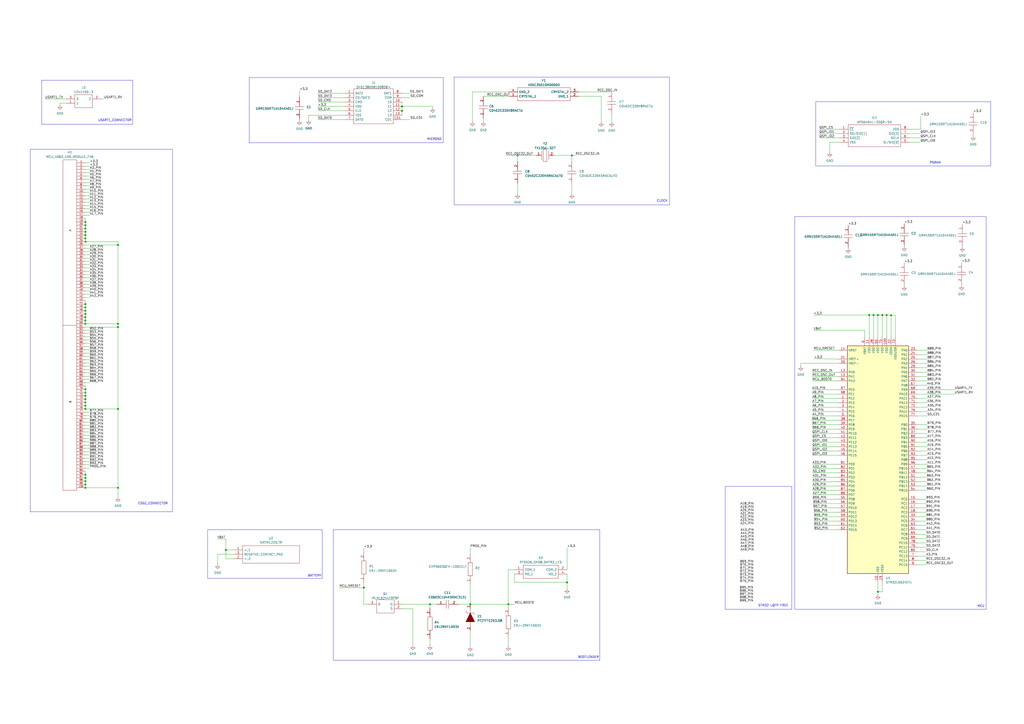
<source format=kicad_sch>
(kicad_sch (version 20230121) (generator eeschema)
  (paper "A2")
  (junction (at 331.724 90.17))
  (junction (at 233.172 64.262))
  (junction (at 511.81 182.753))
  (junction (at 49.53 134.493))
  (junction (at 49.53 128.778))
  (junction (at 249.428 350.52))
  (junction (at 516.89 182.88))
  (junction (at 68.453 282.956))
  (junction (at 49.53 184.023))
  (junction (at 300.228 90.17))
  (junction (at 211.074 340.868))
  (junction (at 49.53 176.403))
  (junction (at 49.53 178.308))
  (junction (at 509.27 182.753))
  (junction (at 49.53 185.928))
  (junction (at 514.35 182.753))
  (junction (at 49.53 281.051))
  (junction (at 131.064 319.024))
  (junction (at 49.53 227.711))
  (junction (at 49.53 279.146))
  (junction (at 49.53 187.833))
  (junction (at 49.53 182.118))
  (junction (at 68.453 237.236))
  (junction (at 506.73 182.753))
  (junction (at 49.53 237.236))
  (junction (at 328.93 337.82))
  (junction (at 294.894 350.52))
  (junction (at 49.53 231.521))
  (junction (at 49.53 277.241))
  (junction (at 49.53 235.331))
  (junction (at 504.19 182.753))
  (junction (at 49.53 275.336))
  (junction (at 49.53 132.588))
  (junction (at 49.53 180.213))
  (junction (at 272.796 350.52))
  (junction (at 49.53 229.616))
  (junction (at 49.53 136.398))
  (junction (at 49.657 140.208))
  (junction (at 68.453 142.113))
  (junction (at 49.53 130.683))
  (junction (at 509.27 343.281))
  (junction (at 68.453 187.833))
  (junction (at 68.453 189.738))
  (junction (at 49.53 282.956))
  (junction (at 49.53 138.303))
  (junction (at 49.53 233.426))
  (junction (at 233.172 61.722))
  (junction (at 49.53 225.806))
  (wire (pts (xy 49.53 187.833) (xy 68.453 187.833)))
  (wire (pts (xy 532.13 289.56) (xy 537.21 289.56)))
  (wire (pts (xy 49.53 199.136) (xy 51.943 199.136)))
  (wire (pts (xy 532.13 241.3) (xy 537.845 241.3)))
  (wire (pts (xy 68.453 140.208) (xy 68.453 142.113)))
  (wire (pts (xy 49.53 258.191) (xy 51.943 258.191)))
  (wire (pts (xy 49.53 252.476) (xy 51.943 252.476)))
  (wire (pts (xy 294.894 369.824) (xy 294.894 374.904)))
  (wire (pts (xy 265.938 350.52) (xy 272.796 350.52)))
  (wire (pts (xy 49.53 164.973) (xy 52.07 164.973)))
  (wire (pts (xy 532.13 292.1) (xy 537.21 292.1)))
  (wire (pts (xy 49.53 178.308) (xy 49.53 180.213)))
  (wire (pts (xy 471.17 254) (xy 486.41 254)))
  (wire (pts (xy 68.453 237.236) (xy 68.453 282.956)))
  (wire (pts (xy 481.33 82.55) (xy 481.33 88.392)))
  (wire (pts (xy 49.53 206.756) (xy 51.943 206.756)))
  (wire (pts (xy 49.53 241.046) (xy 51.943 241.046)))
  (wire (pts (xy 532.13 304.8) (xy 537.337 304.8)))
  (wire (pts (xy 49.53 144.018) (xy 52.07 144.018)))
  (wire (pts (xy 532.13 302.26) (xy 537.21 302.26)))
  (wire (pts (xy 49.53 273.431) (xy 49.53 275.336)))
  (wire (pts (xy 49.53 260.096) (xy 51.943 260.096)))
  (wire (pts (xy 532.13 251.46) (xy 537.972 251.46)))
  (wire (pts (xy 49.53 163.068) (xy 52.07 163.068)))
  (wire (pts (xy 486.41 281.94) (xy 471.297 281.94)))
  (wire (pts (xy 211.074 350.52) (xy 213.36 350.52)))
  (wire (pts (xy 49.53 151.638) (xy 52.07 151.638)))
  (wire (pts (xy 253.238 350.52) (xy 249.428 350.52)))
  (wire (pts (xy 131.064 319.024) (xy 131.064 324.104)))
  (wire (pts (xy 49.53 105.918) (xy 52.07 105.918)))
  (wire (pts (xy 274.066 53.34) (xy 295.148 53.34)))
  (wire (pts (xy 49.53 149.733) (xy 52.07 149.733)))
  (wire (pts (xy 173.736 69.088) (xy 173.736 69.85)))
  (wire (pts (xy 532.13 294.64) (xy 537.21 294.64)))
  (wire (pts (xy 49.53 111.633) (xy 52.07 111.633)))
  (wire (pts (xy 532.13 281.94) (xy 537.591 281.94)))
  (wire (pts (xy 532.13 264.16) (xy 537.845 264.16)))
  (wire (pts (xy 506.73 182.753) (xy 509.27 182.753)))
  (wire (pts (xy 49.53 267.716) (xy 51.943 267.716)))
  (wire (pts (xy 179.07 66.802) (xy 179.07 69.596)))
  (wire (pts (xy 49.53 195.326) (xy 51.943 195.326)))
  (wire (pts (xy 49.53 197.231) (xy 51.943 197.231)))
  (wire (pts (xy 233.172 64.262) (xy 233.172 66.802)))
  (wire (pts (xy 532.13 223.52) (xy 537.718 223.52)))
  (wire (pts (xy 532.13 259.08) (xy 537.845 259.08)))
  (wire (pts (xy 514.35 182.753) (xy 511.81 182.753)))
  (wire (pts (xy 471.17 256.54) (xy 486.41 256.54)))
  (wire (pts (xy 471.17 259.08) (xy 486.41 259.08)))
  (wire (pts (xy 49.53 136.398) (xy 49.53 138.303)))
  (wire (pts (xy 524.51 142.367) (xy 524.51 143.129)))
  (wire (pts (xy 272.796 321.31) (xy 272.796 317.754)))
  (wire (pts (xy 532.13 218.44) (xy 537.845 218.44)))
  (wire (pts (xy 472.059 304.8) (xy 486.41 304.8)))
  (wire (pts (xy 49.53 233.426) (xy 49.53 235.331)))
  (wire (pts (xy 49.53 182.118) (xy 49.53 184.023)))
  (wire (pts (xy 52.07 96.393) (xy 49.53 96.393)))
  (wire (pts (xy 331.724 106.426) (xy 331.724 112.522)))
  (wire (pts (xy 49.53 218.186) (xy 51.943 218.186)))
  (wire (pts (xy 331.724 90.17) (xy 331.724 93.726)))
  (wire (pts (xy 49.53 132.588) (xy 49.53 134.493)))
  (wire (pts (xy 532.13 226.06) (xy 553.72 226.06)))
  (wire (pts (xy 527.558 80.01) (xy 533.908 80.01)))
  (wire (pts (xy 532.13 261.62) (xy 537.845 261.62)))
  (wire (pts (xy 532.13 309.88) (xy 537.21 309.88)))
  (wire (pts (xy 519.43 182.88) (xy 516.89 182.88)))
  (wire (pts (xy 471.17 215.9) (xy 486.41 215.9)))
  (wire (pts (xy 486.41 246.38) (xy 471.043 246.38)))
  (wire (pts (xy 49.53 227.711) (xy 49.53 229.616)))
  (wire (pts (xy 532.13 317.5) (xy 537.21 317.5)))
  (wire (pts (xy 335.788 53.34) (xy 354.838 53.34)))
  (wire (pts (xy 49.53 269.621) (xy 51.943 269.621)))
  (wire (pts (xy 532.13 284.48) (xy 537.464 284.48)))
  (wire (pts (xy 491.998 143.383) (xy 491.998 144.145)))
  (wire (pts (xy 49.53 174.498) (xy 49.53 176.403)))
  (wire (pts (xy 298.45 350.52) (xy 294.894 350.52)))
  (wire (pts (xy 200.152 59.182) (xy 184.404 59.182)))
  (wire (pts (xy 233.172 56.642) (xy 237.998 56.642)))
  (wire (pts (xy 293.37 90.17) (xy 300.228 90.17)))
  (wire (pts (xy 486.41 287.02) (xy 471.424 287.02)))
  (wire (pts (xy 348.742 55.88) (xy 335.788 55.88)))
  (wire (pts (xy 486.41 220.98) (xy 471.17 220.98)))
  (wire (pts (xy 486.41 289.56) (xy 471.297 289.56)))
  (wire (pts (xy 471.043 226.06) (xy 486.41 226.06)))
  (wire (pts (xy 532.13 208.28) (xy 537.845 208.28)))
  (wire (pts (xy 486.41 241.3) (xy 471.17 241.3)))
  (wire (pts (xy 486.41 271.78) (xy 471.424 271.78)))
  (wire (pts (xy 280.416 55.88) (xy 295.148 55.88)))
  (wire (pts (xy 504.19 182.753) (xy 506.73 182.753)))
  (wire (pts (xy 519.43 195.58) (xy 519.43 182.88)))
  (wire (pts (xy 49.53 168.783) (xy 52.197 168.783)))
  (wire (pts (xy 331.724 90.17) (xy 333.756 90.17)))
  (wire (pts (xy 49.53 155.448) (xy 52.07 155.448)))
  (wire (pts (xy 49.53 231.521) (xy 49.53 233.426)))
  (wire (pts (xy 532.13 213.36) (xy 537.845 213.36)))
  (wire (pts (xy 49.53 201.041) (xy 51.943 201.041)))
  (wire (pts (xy 532.13 274.32) (xy 537.591 274.32)))
  (wire (pts (xy 49.53 121.158) (xy 52.07 121.158)))
  (wire (pts (xy 49.53 208.661) (xy 51.943 208.661)))
  (wire (pts (xy 532.13 269.24) (xy 537.845 269.24)))
  (wire (pts (xy 516.89 195.58) (xy 516.89 182.88)))
  (wire (pts (xy 486.41 297.18) (xy 471.932 297.18)))
  (wire (pts (xy 294.894 350.52) (xy 294.894 352.044)))
  (wire (pts (xy 516.89 182.753) (xy 514.35 182.753)))
  (wire (pts (xy 135.636 324.104) (xy 131.064 324.104)))
  (wire (pts (xy 532.13 233.68) (xy 537.845 233.68)))
  (wire (pts (xy 49.53 191.516) (xy 51.943 191.516)))
  (wire (pts (xy 49.53 172.593) (xy 52.07 172.593)))
  (wire (pts (xy 49.53 229.616) (xy 49.53 231.521)))
  (wire (pts (xy 233.172 61.722) (xy 233.172 64.262)))
  (wire (pts (xy 249.428 350.52) (xy 249.428 352.806)))
  (wire (pts (xy 524.51 165.227) (xy 524.51 165.989)))
  (wire (pts (xy 233.172 54.102) (xy 237.744 54.102)))
  (wire (pts (xy 49.53 244.856) (xy 51.943 244.856)))
  (wire (pts (xy 321.31 90.17) (xy 331.724 90.17)))
  (wire (pts (xy 239.522 353.06) (xy 233.68 353.06)))
  (wire (pts (xy 68.453 142.113) (xy 68.453 187.833)))
  (wire (pts (xy 328.93 317.754) (xy 328.93 330.454)))
  (wire (pts (xy 196.85 340.868) (xy 211.074 340.868)))
  (wire (pts (xy 471.932 191.643) (xy 501.65 191.643)))
  (wire (pts (xy 49.53 263.906) (xy 51.943 263.906)))
  (wire (pts (xy 532.13 246.38) (xy 537.845 246.38)))
  (wire (pts (xy 49.53 202.946) (xy 51.943 202.946)))
  (wire (pts (xy 211.074 350.52) (xy 211.074 340.868)))
  (wire (pts (xy 464.566 210.693) (xy 464.566 212.471)))
  (wire (pts (xy 486.41 279.4) (xy 471.297 279.4)))
  (wire (pts (xy 49.53 153.543) (xy 52.07 153.543)))
  (wire (pts (xy 509.27 195.58) (xy 509.27 182.753)))
  (wire (pts (xy 328.93 332.994) (xy 328.93 337.82)))
  (wire (pts (xy 49.53 193.421) (xy 51.943 193.421)))
  (wire (pts (xy 131.064 312.674) (xy 131.064 319.024)))
  (wire (pts (xy 471.17 261.62) (xy 486.41 261.62)))
  (wire (pts (xy 532.13 248.92) (xy 537.845 248.92)))
  (wire (pts (xy 272.796 365.76) (xy 272.796 375.158)))
  (wire (pts (xy 471.297 274.32) (xy 486.41 274.32)))
  (wire (pts (xy 532.13 325.12) (xy 537.21 325.12)))
  (wire (pts (xy 49.53 157.353) (xy 52.07 157.353)))
  (wire (pts (xy 509.27 182.753) (xy 511.81 182.753)))
  (wire (pts (xy 354.838 66.04) (xy 354.838 70.866)))
  (wire (pts (xy 471.678 294.64) (xy 486.41 294.64)))
  (wire (pts (xy 532.13 327.66) (xy 537.21 327.66)))
  (wire (pts (xy 49.53 277.241) (xy 49.53 279.146)))
  (wire (pts (xy 200.152 66.802) (xy 179.07 66.802)))
  (wire (pts (xy 532.13 256.54) (xy 537.845 256.54)))
  (wire (pts (xy 233.172 69.342) (xy 237.998 69.342)))
  (wire (pts (xy 504.19 182.753) (xy 471.932 182.753)))
  (wire (pts (xy 49.53 237.236) (xy 49.53 237.363)))
  (wire (pts (xy 486.918 82.55) (xy 481.33 82.55)))
  (wire (pts (xy 298.45 330.454) (xy 294.894 330.454)))
  (wire (pts (xy 532.13 231.14) (xy 537.845 231.14)))
  (wire (pts (xy 486.918 77.47) (xy 475.234 77.47)))
  (wire (pts (xy 471.424 276.86) (xy 486.41 276.86)))
  (wire (pts (xy 294.894 330.454) (xy 294.894 350.52)))
  (wire (pts (xy 272.796 350.52) (xy 294.894 350.52)))
  (wire (pts (xy 49.53 235.331) (xy 49.53 237.236)))
  (wire (pts (xy 184.404 61.722) (xy 200.152 61.722)))
  (wire (pts (xy 486.918 80.01) (xy 475.234 80.01)))
  (wire (pts (xy 49.53 246.761) (xy 51.943 246.761)))
  (wire (pts (xy 49.53 130.683) (xy 49.53 132.588)))
  (wire (pts (xy 49.53 275.336) (xy 49.53 277.241)))
  (wire (pts (xy 532.13 297.18) (xy 537.21 297.18)))
  (wire (pts (xy 200.152 56.642) (xy 184.404 56.642)))
  (wire (pts (xy 532.13 299.72) (xy 537.21 299.72)))
  (wire (pts (xy 49.53 279.146) (xy 49.53 281.051)))
  (wire (pts (xy 211.074 340.868) (xy 211.074 338.074)))
  (wire (pts (xy 527.558 82.55) (xy 533.908 82.55)))
  (wire (pts (xy 211.074 320.294) (xy 211.074 318.008)))
  (wire (pts (xy 471.17 236.22) (xy 486.41 236.22)))
  (wire (pts (xy 49.53 126.873) (xy 49.53 128.778)))
  (wire (pts (xy 49.53 184.023) (xy 49.53 185.928)))
  (wire (pts (xy 486.41 208.28) (xy 472.186 208.153)))
  (wire (pts (xy 532.13 205.74) (xy 537.845 205.74)))
  (wire (pts (xy 532.13 220.98) (xy 537.845 220.98)))
  (wire (pts (xy 34.798 59.944) (xy 34.798 60.96)))
  (wire (pts (xy 49.53 254.381) (xy 51.943 254.381)))
  (wire (pts (xy 49.53 109.728) (xy 52.07 109.728)))
  (wire (pts (xy 557.784 164.973) (xy 557.784 165.735)))
  (wire (pts (xy 200.152 54.102) (xy 184.404 54.102)))
  (wire (pts (xy 348.742 70.866) (xy 348.742 55.88)))
  (wire (pts (xy 68.453 288.544) (xy 68.453 282.956)))
  (wire (pts (xy 49.53 242.951) (xy 51.943 242.951)))
  (wire (pts (xy 501.65 191.643) (xy 501.65 195.58)))
  (wire (pts (xy 511.81 337.82) (xy 511.81 343.281)))
  (wire (pts (xy 532.13 254) (xy 537.845 254)))
  (wire (pts (xy 49.53 128.778) (xy 49.53 130.683)))
  (wire (pts (xy 471.17 238.76) (xy 486.41 238.76)))
  (wire (pts (xy 49.53 113.538) (xy 52.07 113.538)))
  (wire (pts (xy 486.41 292.1) (xy 471.551 292.1)))
  (wire (pts (xy 49.53 115.443) (xy 52.07 115.443)))
  (wire (pts (xy 250.952 62.738) (xy 250.952 61.722)))
  (wire (pts (xy 135.636 321.564) (xy 126.238 321.564)))
  (wire (pts (xy 49.53 117.348) (xy 52.07 117.348)))
  (wire (pts (xy 49.53 250.571) (xy 51.943 250.571)))
  (wire (pts (xy 49.403 237.363) (xy 49.53 237.363)))
  (wire (pts (xy 233.172 59.182) (xy 233.172 61.722)))
  (wire (pts (xy 49.53 159.258) (xy 52.07 159.258)))
  (wire (pts (xy 249.428 370.586) (xy 249.428 374.396)))
  (wire (pts (xy 532.13 236.22) (xy 537.972 236.22)))
  (wire (pts (xy 280.416 68.58) (xy 280.416 70.612)))
  (wire (pts (xy 68.453 189.738) (xy 68.453 237.236)))
  (wire (pts (xy 472.059 302.26) (xy 486.41 302.26)))
  (wire (pts (xy 486.41 218.44) (xy 471.17 218.44)))
  (wire (pts (xy 49.53 100.203) (xy 52.07 100.203)))
  (wire (pts (xy 49.53 282.956) (xy 68.453 282.956)))
  (wire (pts (xy 532.13 312.42) (xy 537.21 312.42)))
  (wire (pts (xy 49.53 265.811) (xy 51.943 265.811)))
  (wire (pts (xy 471.932 203.073) (xy 486.41 203.2)))
  (wire (pts (xy 58.674 57.404) (xy 60.198 57.404)))
  (wire (pts (xy 328.93 337.82) (xy 298.45 337.82)))
  (wire (pts (xy 300.228 106.426) (xy 300.228 112.522)))
  (wire (pts (xy 173.736 52.578) (xy 173.736 56.388)))
  (wire (pts (xy 49.53 140.208) (xy 49.657 140.208)))
  (wire (pts (xy 49.53 107.823) (xy 52.07 107.823)))
  (wire (pts (xy 49.53 189.738) (xy 68.453 189.738)))
  (wire (pts (xy 49.53 281.051) (xy 49.53 282.956)))
  (wire (pts (xy 511.81 195.58) (xy 511.81 182.753)))
  (wire (pts (xy 300.228 90.17) (xy 300.228 93.726)))
  (wire (pts (xy 471.17 251.46) (xy 486.41 251.46)))
  (wire (pts (xy 52.07 119.253) (xy 49.53 119.253)))
  (wire (pts (xy 509.27 337.82) (xy 509.27 343.281)))
  (wire (pts (xy 486.41 284.48) (xy 471.297 284.48)))
  (wire (pts (xy 49.53 138.303) (xy 49.53 140.081)))
  (wire (pts (xy 49.657 140.081) (xy 49.657 140.208)))
  (wire (pts (xy 49.53 256.286) (xy 51.943 256.286)))
  (wire (pts (xy 49.53 225.806) (xy 49.53 227.711)))
  (wire (pts (xy 532.13 307.34) (xy 537.337 307.34)))
  (wire (pts (xy 49.53 166.878) (xy 52.07 166.878)))
  (wire (pts (xy 509.27 343.281) (xy 509.27 345.059)))
  (wire (pts (xy 49.53 262.001) (xy 51.943 262.001)))
  (wire (pts (xy 486.41 248.92) (xy 471.17 248.92)))
  (wire (pts (xy 470.916 243.84) (xy 486.41 243.84)))
  (wire (pts (xy 471.17 231.14) (xy 486.41 231.14)))
  (wire (pts (xy 49.53 102.108) (xy 52.07 102.108)))
  (wire (pts (xy 471.17 233.68) (xy 486.41 233.68)))
  (wire (pts (xy 49.53 134.493) (xy 49.53 136.398)))
  (wire (pts (xy 233.68 350.52) (xy 249.428 350.52)))
  (wire (pts (xy 274.066 70.612) (xy 274.066 53.34)))
  (wire (pts (xy 532.13 322.58) (xy 537.21 322.58)))
  (wire (pts (xy 239.522 374.396) (xy 239.522 353.06)))
  (wire (pts (xy 486.41 210.82) (xy 464.566 210.693)))
  (wire (pts (xy 532.13 228.6) (xy 553.72 228.6)))
  (wire (pts (xy 532.13 276.86) (xy 537.464 276.86)))
  (wire (pts (xy 471.17 264.16) (xy 486.41 264.16)))
  (wire (pts (xy 558.292 142.621) (xy 558.292 143.383)))
  (wire (pts (xy 49.53 271.526) (xy 51.943 271.526)))
  (wire (pts (xy 26.162 57.404) (xy 38.354 57.404)))
  (wire (pts (xy 300.228 90.17) (xy 311.15 90.17)))
  (wire (pts (xy 49.53 214.376) (xy 51.943 214.376)))
  (wire (pts (xy 506.73 195.58) (xy 506.73 182.753)))
  (wire (pts (xy 49.53 185.928) (xy 49.53 187.833)))
  (wire (pts (xy 68.453 187.833) (xy 68.453 189.738)))
  (wire (pts (xy 126.238 321.564) (xy 126.238 327.406)))
  (wire (pts (xy 135.636 319.024) (xy 131.064 319.024)))
  (wire (pts (xy 514.35 195.58) (xy 514.35 182.753)))
  (wire (pts (xy 532.13 266.7) (xy 537.845 266.7)))
  (wire (pts (xy 49.53 216.281) (xy 51.943 216.281)))
  (wire (pts (xy 49.53 204.851) (xy 51.943 204.851)))
  (wire (pts (xy 534.162 67.31) (xy 534.162 74.93)))
  (wire (pts (xy 49.53 210.566) (xy 51.943 210.566)))
  (wire (pts (xy 471.17 228.6) (xy 486.41 228.6)))
  (wire (pts (xy 486.41 269.24) (xy 471.297 269.24)))
  (wire (pts (xy 49.53 104.013) (xy 52.07 104.013)))
  (wire (pts (xy 49.53 142.113) (xy 68.453 142.113)))
  (wire (pts (xy 184.404 69.342) (xy 200.152 69.342)))
  (wire (pts (xy 49.53 176.403) (xy 49.53 178.308)))
  (wire (pts (xy 49.53 221.996) (xy 51.943 221.996)))
  (wire (pts (xy 49.53 223.901) (xy 49.53 225.806)))
  (wire (pts (xy 534.162 74.93) (xy 527.558 74.93)))
  (wire (pts (xy 184.404 64.262) (xy 200.152 64.262)))
  (wire (pts (xy 49.53 94.488) (xy 52.07 94.488)))
  (wire (pts (xy 49.657 140.208) (xy 68.453 140.208)))
  (wire (pts (xy 250.952 61.722) (xy 233.172 61.722)))
  (wire (pts (xy 49.53 220.091) (xy 51.943 220.091)))
  (wire (pts (xy 49.53 212.471) (xy 51.943 212.471)))
  (wire (pts (xy 38.354 59.944) (xy 34.798 59.944)))
  (wire (pts (xy 49.53 248.666) (xy 51.943 248.666)))
  (wire (pts (xy 49.53 124.968) (xy 52.07 124.968)))
  (wire (pts (xy 532.13 215.9) (xy 537.845 215.9)))
  (wire (pts (xy 49.53 147.828) (xy 52.07 147.828)))
  (wire (pts (xy 527.558 77.47) (xy 533.908 77.47)))
  (wire (pts (xy 532.13 203.2) (xy 537.845 203.2)))
  (wire (pts (xy 564.515 78.105) (xy 564.515 78.867)))
  (wire (pts (xy 486.41 299.72) (xy 472.059 299.72)))
  (wire (pts (xy 49.53 237.236) (xy 68.453 237.236)))
  (wire (pts (xy 298.45 337.82) (xy 298.45 332.994)))
  (wire (pts (xy 49.53 140.081) (xy 49.657 140.081)))
  (wire (pts (xy 52.07 98.298) (xy 49.53 98.298)))
  (wire (pts (xy 532.13 279.4) (xy 537.591 279.4)))
  (wire (pts (xy 272.796 339.09) (xy 272.796 350.52)))
  (wire (pts (xy 532.13 210.82) (xy 537.845 210.82)))
  (wire (pts (xy 49.53 170.688) (xy 52.07 170.688)))
  (wire (pts (xy 532.13 314.96) (xy 537.21 314.96)))
  (wire (pts (xy 49.53 180.213) (xy 49.53 182.118)))
  (wire (pts (xy 49.53 239.141) (xy 51.943 239.141)))
  (wire (pts (xy 532.13 238.76) (xy 537.972 238.76)))
  (wire (pts (xy 486.918 74.93) (xy 475.234 74.93)))
  (wire (pts (xy 49.53 161.163) (xy 52.07 161.163)))
  (wire (pts (xy 49.53 145.923) (xy 52.07 145.923)))
  (wire (pts (xy 532.13 271.78) (xy 537.591 271.78)))
  (wire (pts (xy 516.89 182.88) (xy 516.89 182.753)))
  (wire (pts (xy 125.984 312.674) (xy 131.064 312.674)))
  (wire (pts (xy 532.13 320.04) (xy 537.21 320.04)))
  (wire (pts (xy 486.41 307.34) (xy 472.186 307.34)))
  (wire (pts (xy 328.93 337.82) (xy 328.93 341.63)))
  (wire (pts (xy 511.81 343.281) (xy 509.27 343.281)))
  (wire (pts (xy 52.07 123.063) (xy 49.53 123.063)))
  (wire (pts (xy 504.19 195.58) (xy 504.19 182.753)))
  (rectangle (start 263.398 44.704) (end 388.366 118.872))
  (rectangle (start 461.01 125.603) (end 572.008 353.441))
  (rectangle (start 420.624 282.194) (end 459.359 353.441))
  (rectangle (start 17.526 86.614) (end 100.076 296.926))
  (rectangle (start 120.396 307.34) (end 186.944 335.534))
  (rectangle (start 193.294 307.34) (end 347.98 383.032))
  (rectangle (start 473.202 58.928) (end 574.675 96.266))
  (rectangle (start 24.13 46.482) (end 76.962 72.136))
  (rectangle (start 144.526 44.958) (end 257.048 82.804))
  (text "EDGE_CONNECTOR" (at 80.137 292.862 0) (effects (font (size 1.27 1.27)) (justify left bottom)))
  (text "USART1_CONNECTOR" (at 56.896 70.612 0) (effects (font (size 1.27 1.27)) (justify left bottom)))
  (text "BOOTLOADER" (at 335.28 382.016 0) (effects (font (size 1.27 1.27)) (justify left bottom)))
  (text "CLOCK\n" (at 381 117.348 0) (effects (font (size 1.27 1.27)) (justify left bottom)))
  (text "STM32 LQFP FREE" (at 439.801 352.044 0) (effects (font (size 1.27 1.27)) (justify left bottom)))
  (text "MCU" (at 566.928 352.425 0) (effects (font (size 1.27 1.27)) (justify left bottom)))
  (text "BATTERY" (at 178.562 334.772 0) (effects (font (size 1.27 1.27)) (justify left bottom)))
  (text "MICROSD" (at 247.65 81.534 0) (effects (font (size 1.27 1.27)) (justify left bottom)))
  (text "PSRAM" (at 539.242 95.25 0) (effects (font (size 1.27 1.27)) (justify left bottom)))
  (label "A31_PIN" (at 52.07 151.638 0))
  (label "A40_PIN" (at 537.718 223.52 0))
  (label "A23_PIN" (at 429.387 302.641 0))
  (label "USART1_TX" (at 553.72 226.06 0))
  (label "QSPI_IO0" (at 471.17 256.54 0))
  (label "A39_PIN" (at 537.845 226.06 0))
  (label "A5_PIN" (at 471.17 238.76 0))
  (label "SD_COM" (at 237.998 56.642 0))
  (label "+3.3" (at 52.07 96.393 0))
  (label "A7_PIN" (at 471.17 233.68 0))
  (label "B60_PIN" (at 51.943 206.756 0))
  (label "B63_PIN" (at 537.464 276.86 0))
  (label "B60_PIN" (at 537.464 284.48 0))
  (label "VBAT" (at 471.932 191.643 0))
  (label "+3.3" (at 491.998 130.683 0))
  (label "B81_PIN" (at 537.21 299.72 0))
  (label "QSPI_CS" (at 475.234 74.93 0))
  (label "A5_PIN" (at 52.07 102.108 0))
  (label "+3.3" (at 52.07 94.488 0))
  (label "SD_CD1" (at 537.845 241.3 0))
  (label "B59_PIN" (at 471.297 289.56 0))
  (label "+3.3" (at 173.736 52.578 0))
  (label "B82_PIN" (at 537.845 220.98 0))
  (label "B82_PIN" (at 51.943 248.666 0))
  (label "B67_PIN" (at 471.043 246.38 0))
  (label "+3.3" (at 558.292 129.921 0))
  (label "A10_PIN" (at 471.043 226.06 0))
  (label "A29_PIN" (at 471.297 281.94 0))
  (label "QSPI_IO3" (at 533.908 77.47 0))
  (label "A18_PIN" (at 429.387 293.116 0))
  (label "A41_PIN" (at 537.337 307.34 0))
  (label "A12_PIN" (at 537.845 266.7 0))
  (label "B68_PIN" (at 470.916 243.84 0))
  (label "PROG_PIN" (at 272.796 317.754 0))
  (label "B74_PIN" (at 429.133 336.169 0))
  (label "B86_PIN" (at 51.943 256.286 0))
  (label "B61_PIN" (at 537.591 281.94 0))
  (label "B97_PIN" (at 429.006 345.567 0))
  (label "A46_PIN" (at 429.514 314.071 0))
  (label "A10_PIN" (at 52.07 111.633 0))
  (label "B77_PIN" (at 51.943 239.141 0))
  (label "B55_PIN" (at 51.943 197.231 0))
  (label "MCU_NRESET" (at 471.932 203.073 0))
  (label "+3.3" (at 557.784 152.273 0))
  (label "SD_DAT1" (at 237.744 54.102 0))
  (label "B53_PIN" (at 472.059 304.8 0))
  (label "B89_PIN" (at 537.845 203.2 0))
  (label "A30_PIN" (at 471.297 279.4 0))
  (label "QSPI_IO3" (at 471.17 264.16 0))
  (label "B96_PIN" (at 429.006 343.662 0))
  (label "A12_PIN" (at 52.07 115.443 0))
  (label "A34_PIN" (at 52.07 157.353 0))
  (label "A8_PIN" (at 471.17 231.14 0))
  (label "B87_PIN" (at 51.943 258.191 0))
  (label "A32_PIN" (at 471.424 271.78 0))
  (label "A30_PIN" (at 52.07 149.733 0))
  (label "A27_PIN" (at 471.424 287.02 0))
  (label "B63_PIN" (at 51.943 212.471 0))
  (label "B71_PIN" (at 429.133 330.454 0))
  (label "A49_PIN" (at 429.514 319.786 0))
  (label "B91_PIN" (at 51.943 265.811 0))
  (label "RCC_OSC32_OUT" (at 537.21 327.66 0))
  (label "B72_PIN" (at 429.133 332.359 0))
  (label "QSPI_IO2" (at 471.17 261.62 0))
  (label "PROG_PIN" (at 51.943 271.526 0))
  (label "B64_PIN" (at 537.591 274.32 0))
  (label "+3.3" (at 211.074 318.008 0))
  (label "A33_PIN" (at 471.297 269.24 0))
  (label "B77_PIN" (at 537.972 251.46 0))
  (label "A4_PIN" (at 471.17 241.3 0))
  (label "A11_PIN" (at 52.07 113.538 0))
  (label "A4_PIN" (at 52.07 100.203 0))
  (label "A14_PIN" (at 52.07 119.253 0))
  (label "A45_PIN" (at 429.514 312.166 0))
  (label "SD_DAT3" (at 184.404 56.642 0))
  (label "SD_DAT2" (at 184.404 54.102 0))
  (label "A42_PIN" (at 52.07 172.593 0))
  (label "A21_PIN" (at 429.387 298.831 0))
  (label "A7_PIN" (at 52.07 105.918 0))
  (label "A20_PIN" (at 429.387 296.926 0))
  (label "B56_PIN" (at 51.943 199.136 0))
  (label "QSPI_CS" (at 471.17 254 0))
  (label "B92_PIN" (at 51.943 267.716 0))
  (label "A14_PIN" (at 537.845 261.62 0))
  (label "QSPI_IO0" (at 533.908 82.55 0))
  (label "+3.3" (at 534.162 67.31 0))
  (label "B88_PIN" (at 537.845 205.74 0))
  (label "A35_PIN" (at 52.07 159.258 0))
  (label "A29_PIN" (at 52.07 147.828 0))
  (label "B57_PIN" (at 471.678 294.64 0))
  (label "B65_PIN" (at 51.943 216.281 0))
  (label "B58_PIN" (at 471.551 292.1 0))
  (label "B85_PIN" (at 537.845 213.36 0))
  (label "A13_PIN" (at 537.845 264.16 0))
  (label "B93_PIN" (at 537.21 289.56 0))
  (label "A35_PIN" (at 537.972 236.22 0))
  (label "B64_PIN" (at 51.943 214.376 0))
  (label "A48_PIN" (at 429.514 317.881 0))
  (label "B98_PIN" (at 429.006 347.472 0))
  (label "A33_PIN" (at 52.07 155.448 0))
  (label "B83_PIN" (at 51.943 250.571 0))
  (label "B92_PIN" (at 537.21 292.1 0))
  (label "B66_PIN" (at 51.943 218.186 0))
  (label "A22_PIN" (at 429.387 300.736 0))
  (label "SD_CD1" (at 237.998 69.342 0))
  (label "B56_PIN" (at 471.932 297.18 0))
  (label "B62_PIN" (at 537.591 279.4 0))
  (label "A6_PIN" (at 52.07 104.013 0))
  (label "B83_PIN" (at 537.845 218.44 0))
  (label "RCC_OSC32_IN" (at 537.21 325.12 0))
  (label "A36_PIN" (at 537.845 233.68 0))
  (label "B78_PIN" (at 51.943 241.046 0))
  (label "B59_PIN" (at 51.943 204.851 0))
  (label "B87_PIN" (at 537.845 208.28 0))
  (label "B54_PIN" (at 472.059 302.26 0))
  (label "B55_PIN" (at 472.059 299.72 0))
  (label "B75_PIN" (at 429.133 338.074 0))
  (label "B80_PIN" (at 51.943 244.856 0))
  (label "SD_DAT1" (at 537.21 312.42 0))
  (label "SD_DAT0" (at 537.21 309.88 0))
  (label "B84_PIN" (at 51.943 252.476 0))
  (label "B61_PIN" (at 51.943 208.661 0))
  (label "SD_DAT3" (at 537.21 317.5 0))
  (label "A34_PIN" (at 537.972 238.76 0))
  (label "RCC_OSC_OUT" (at 282.448 55.88 0))
  (label "A38_PIN" (at 52.07 164.973 0))
  (label "SD_CMD" (at 471.297 274.32 0))
  (label "A42_PIN" (at 537.337 304.8 0))
  (label "A17_PIN" (at 52.07 124.968 0))
  (label "A9_PIN" (at 52.07 109.728 0))
  (label "A16_PIN" (at 52.07 123.063 0))
  (label "QSPI_IO2" (at 475.234 80.01 0))
  (label "B58_PIN" (at 51.943 202.946 0))
  (label "RCC_OSC32_IN" (at 333.756 90.17 0))
  (label "A38_PIN" (at 537.845 228.6 0))
  (label "RCC_OSC_IN" (at 346.456 53.34 0))
  (label "B90_PIN" (at 537.21 297.18 0))
  (label "B69_PIN" (at 429.133 326.644 0))
  (label "A16_PIN" (at 537.845 256.54 0))
  (label "B79_PIN" (at 537.845 246.38 0))
  (label "A17_PIN" (at 537.845 254 0))
  (label "SD_CMD" (at 184.404 59.182 0))
  (label "A39_PIN" (at 52.07 166.878 0))
  (label "QSPI_IO1" (at 475.234 77.47 0))
  (label "A32_PIN" (at 52.07 153.543 0))
  (label "MCU_NRESET" (at 196.85 340.868 0))
  (label "A41_PIN" (at 52.07 170.688 0))
  (label "B66_PIN" (at 471.17 248.92 0))
  (label "B78_PIN" (at 537.845 248.92 0))
  (label "B62_PIN" (at 51.943 210.566 0))
  (label "A31_PIN" (at 471.424 276.86 0))
  (label "A37_PIN" (at 537.845 231.14 0))
  (label "B65_PIN" (at 537.591 271.78 0))
  (label "B67_PIN" (at 51.943 220.091 0))
  (label "A9_PIN" (at 471.17 228.6 0))
  (label "B95_PIN" (at 429.006 341.757 0))
  (label "A15_PIN" (at 537.845 259.08 0))
  (label "MCU_BOOT0" (at 298.45 350.52 0))
  (label "+3.3" (at 184.404 61.722 0))
  (label "B79_PIN" (at 51.943 242.951 0))
  (label "A19_PIN" (at 429.387 295.021 0))
  (label "SD_DAT0" (at 184.404 69.342 0))
  (label "A24_PIN" (at 429.387 304.546 0))
  (label "A8_PIN" (at 52.07 107.823 0))
  (label "A37_PIN" (at 52.07 163.068 0))
  (label "A13_PIN" (at 52.07 117.348 0))
  (label "B68_PIN" (at 51.943 221.996 0))
  (label "USART1_TX" (at 26.162 57.404 0))
  (label "B90_PIN" (at 51.943 263.906 0))
  (label "MCU_BOOT0" (at 471.17 220.98 0))
  (label "A11_PIN" (at 537.845 269.24 0))
  (label "SD_DAT2" (at 537.21 314.96 0))
  (label "A40_PIN" (at 52.07 168.783 0))
  (label "B88_PIN" (at 51.943 260.096 0))
  (label "B80_PIN" (at 537.21 302.26 0))
  (label "A6_PIN" (at 471.17 236.22 0))
  (label "B57_PIN" (at 51.943 201.041 0))
  (label "USART1_RX" (at 60.198 57.404 0))
  (label "+3.3" (at 524.51 152.527 0))
  (label "B52_PIN" (at 472.186 307.34 0))
  (label "RCC_OSC_OUT" (at 471.17 218.44 0))
  (label "QSPI_IO1" (at 471.17 259.08 0))
  (label "B73_PIN" (at 429.133 334.264 0))
  (label "SD_CLK" (at 184.404 64.262 0))
  (label "B85_PIN" (at 51.943 254.381 0))
  (label "+3.3" (at 471.932 182.753 0))
  (label "B91_PIN" (at 537.21 294.64 0))
  (label "+3.3" (at 564.515 65.405 0))
  (label "A3_PIN" (at 537.21 322.58 0))
  (label "A47_PIN" (at 429.514 315.976 0))
  (label "B89_PIN" (at 51.943 262.001 0))
  (label "A36_PIN" (at 52.07 161.163 0))
  (label "B53_PIN" (at 51.943 193.421 0))
  (label "A43_PIN" (at 429.514 308.356 0))
  (label "B81_PIN" (at 51.943 246.761 0))
  (label "SD_CLK" (at 537.21 320.04 0))
  (label "B99_PIN" (at 429.006 349.377 0))
  (label "B86_PIN" (at 537.845 210.82 0))
  (label "B70_PIN" (at 429.133 328.549 0))
  (label "USART1_RX" (at 553.72 228.6 0))
  (label "+3.3" (at 472.186 208.153 0))
  (label "A27_PIN" (at 52.07 144.018 0))
  (label "RCC_OSC32_OUT" (at 293.37 90.17 0))
  (label "B52_PIN" (at 51.943 191.516 0))
  (label "A28_PIN" (at 52.07 145.923 0))
  (label "A44_PIN" (at 429.514 310.261 0))
  (label "A3_PIN" (at 52.07 98.298 0))
  (label "A28_PIN" (at 471.297 284.48 0))
  (label "VBAT" (at 125.984 312.674 0))
  (label "B54_PIN" (at 51.943 195.326 0))
  (label "QSPI_CLK" (at 471.17 251.46 0))
  (label "RCC_OSC_IN" (at 471.17 215.9 0))
  (label "+3.3" (at 328.93 317.754 0))
  (label "+3.3" (at 524.51 129.667 0))
  (label "A15_PIN" (at 52.07 121.158 0))
  (label "QSPI_CLK" (at 533.908 80.01 0))
  (label "B84_PIN" (at 537.845 215.9 0))
  (label "B93_PIN" (at 51.943 269.621 0))
  (symbol (lib_id "power:GND") (at 557.784 165.735 0) (unit 1)
    (property "Reference" "#PWR09" (effects hide))
    (property "Value" "GND" (at 557.784 170.561 0))
  )
  (symbol (lib_id "power:GND") (at 250.952 62.738 0) (unit 1)
    (property "Reference" "#PWR05" (effects hide))
    (property "Value" "GND" (at 250.952 67.564 0))
  )
  (symbol (lib_id "SamacSys_Parts:C0402C330K8RACTU") (at 354.838 53.34 270) (unit 1)
    (property "Reference" "C7" (at 359.156 59.055 90) (effects (justify left)))
    (property "Value" "C0402C330K8RACTU" (at 359.156 61.595 90) (effects (justify left)))
    (property "Footprint" "CAPC1005X55N" (effects hide))
    (property "Datasheet" "https://content.kemet.com/datasheets/KEM_C1002_X7R_SMD.pdf" (effects hide))
    (property "Description" "SMD Comm X7R, Ceramic, 33 pF, 10%, 10 VDC, 25 VDC, 125C, -55C, X7R, SMD, MLCC, Temperature Stable, Class II, 5 % , 100 GOhms, 1.21 mg, 0402, 1mm, 0.5mm, 0.5mm, 0.3mm, 0.3mm, 10000, 78  Weeks, 80" (effects hide))
    (property "Height" "0.55" (effects hide))
    (property "Manufacturer_Name" "KEMET" (effects hide))
    (property "Manufacturer_Part_Number" "C0402C330K8RACTU" (effects hide))
    (property "Mouser Part Number" "80-C0402C330K8RACTU" (effects hide))
    (property "Mouser Price/Stock" "https://www.mouser.co.uk/ProductDetail/KEMET/C0402C330K8RACTU?qs=rrS6PyfT74cWTyzue%252ByqLA%3D%3D" (effects hide))
  )
  (symbol (lib_id "SamacSys_Parts:GRM155R71A104KA01J") (at 173.736 56.388 270) (unit 1)
    (property "Reference" "C1" (at 177.8 62.103 90) (effects (justify left)))
    (property "Value" "GRM155R71A104KA01J" (at 148.336 62.992 90) (effects (justify left)))
    (property "Footprint" "CAPC1005X55N" (effects hide))
    (property "Datasheet" "http://www.murata.com/~/media/webrenewal/support/library/catalog/products/capacitor/mlcc/c02e.pdf" (effects hide))
    (property "Description" "Capacitor MLCC GRM 0402 100nF 10V X7R Murata 0402 GRM 100nF Ceramic Multilayer Capacitor, 10 V dc, +125C, X7R Dielectric, +/-10% SMD" (effects hide))
    (property "Height" "0.55" (effects hide))
    (property "Manufacturer_Name" "Murata Electronics" (effects hide))
    (property "Manufacturer_Part_Number" "GRM155R71A104KA01J" (effects hide))
    (property "Mouser Part Number" "81-GRM155R71A104KA1J" (effects hide))
    (property "Mouser Price/Stock" "https://www.mouser.co.uk/ProductDetail/Murata-Electronics/GRM155R71A104KA01J?qs=9U7yHM2lsjQpBoriOS9Iag%3D%3D" (effects hide))
    (property "Arrow Part Number" "GRM155R71A104KA01J" (effects hide))
    (property "Arrow Price/Stock" "https://www.arrow.com/en/products/grm155r71a104ka01j/murata-manufacturing?region=nac" (effects hide))
  )
  (symbol (lib_id "SamacSys_Parts:ERJ2RKF1003X") (at 249.428 370.586 90) (unit 1)
    (property "Reference" "R4" (at 251.968 361.061 90) (effects (justify right)))
    (property "Value" "ERJ2RKF1003X" (at 251.968 363.601 90) (effects (justify right)))
    (property "Footprint" "ERJ2RKD1004X" (effects hide))
    (property "Datasheet" "http://docs-europe.electrocomponents.com/webdocs/13ba/0900766b813ba21b.pdf" (effects hide))
    (property "Description" "Panasonic ERJ2RK Series Thick Film Surface Mount Fixed Resistor 0402 Case +/-1% 0.1W +/-100ppm/C" (effects hide))
    (property "Height" "0.4" (effects hide))
    (property "Manufacturer_Name" "Panasonic" (effects hide))
    (property "Manufacturer_Part_Number" "ERJ2RKF1003X" (effects hide))
  )
  (symbol (lib_id "power:GND") (at 239.522 374.396 0) (unit 1)
    (property "Reference" "#PWR017" (effects hide))
    (property "Value" "GND" (at 239.522 379.222 0))
  )
  (symbol (lib_id "SamacSys_Parts:GRM155R71A104KA01J") (at 564.515 65.405 270) (unit 1)
    (property "Reference" "C10" (at 568.579 71.12 90) (effects (justify left)))
    (property "Value" "GRM155R71A104KA01J" (at 539.115 72.009 90) (effects (justify left)))
    (property "Footprint" "CAPC1005X55N" (effects hide))
    (property "Datasheet" "http://www.murata.com/~/media/webrenewal/support/library/catalog/products/capacitor/mlcc/c02e.pdf" (effects hide))
    (property "Description" "Capacitor MLCC GRM 0402 100nF 10V X7R Murata 0402 GRM 100nF Ceramic Multilayer Capacitor, 10 V dc, +125C, X7R Dielectric, +/-10% SMD" (effects hide))
    (property "Height" "0.55" (effects hide))
    (property "Manufacturer_Name" "Murata Electronics" (effects hide))
    (property "Manufacturer_Part_Number" "GRM155R71A104KA01J" (effects hide))
    (property "Mouser Part Number" "81-GRM155R71A104KA1J" (effects hide))
    (property "Mouser Price/Stock" "https://www.mouser.co.uk/ProductDetail/Murata-Electronics/GRM155R71A104KA01J?qs=9U7yHM2lsjQpBoriOS9Iag%3D%3D" (effects hide))
    (property "Arrow Part Number" "GRM155R71A104KA01J" (effects hide))
    (property "Arrow Price/Stock" "https://www.arrow.com/en/products/grm155r71a104ka01j/murata-manufacturing?region=nac" (effects hide))
  )
  (symbol (lib_id "SamacSys_Parts:GRM155R71A104KA01J") (at 491.998 130.683 270) (unit 1)
    (property "Reference" "C12" (at 496.062 136.398 90) (effects (justify left)))
    (property "Value" "GRM155R71A104KA01J" (at 466.598 137.287 90) (effects (justify left)))
    (property "Footprint" "CAPC1005X55N" (effects hide))
    (property "Datasheet" "http://www.murata.com/~/media/webrenewal/support/library/catalog/products/capacitor/mlcc/c02e.pdf" (effects hide))
    (property "Description" "Capacitor MLCC GRM 0402 100nF 10V X7R Murata 0402 GRM 100nF Ceramic Multilayer Capacitor, 10 V dc, +125C, X7R Dielectric, +/-10% SMD" (effects hide))
    (property "Height" "0.55" (effects hide))
    (property "Manufacturer_Name" "Murata Electronics" (effects hide))
    (property "Manufacturer_Part_Number" "GRM155R71A104KA01J" (effects hide))
    (property "Mouser Part Number" "81-GRM155R71A104KA1J" (effects hide))
    (property "Mouser Price/Stock" "https://www.mouser.co.uk/ProductDetail/Murata-Electronics/GRM155R71A104KA01J?qs=9U7yHM2lsjQpBoriOS9Iag%3D%3D" (effects hide))
    (property "Arrow Part Number" "GRM155R71A104KA01J" (effects hide))
    (property "Arrow Price/Stock" "https://www.arrow.com/en/products/grm155r71a104ka01j/murata-manufacturing?region=nac" (effects hide))
  )
  (symbol (lib_id "SamacSys_Parts:PTZTFTE253.0B") (at 272.796 350.52 270) (unit 1)
    (property "Reference" "Z1" (at 276.86 357.505 90) (effects (justify left)))
    (property "Value" "PTZTFTE253.0B" (at 276.86 360.045 90) (effects (justify left)))
    (property "Footprint" "PTZTFTE2530B" (effects hide))
    (property "Datasheet" "https://fscdn.rohm.com/en/products/databook/datasheet/discrete/diode/zener/ptztfte253.0b-e.pdf" (effects hide))
    (property "Description" "1W 3V, DO-214AC, High Power Zener Diode for Automotive" (effects hide))
    (property "Height" "2.2" (effects hide))
    (property "Manufacturer_Name" "ROHM Semiconductor" (effects hide))
    (property "Manufacturer_Part_Number" "PTZTFTE253.0B" (effects hide))
    (property "Mouser Part Number" "755-PTZTFTE253.0B" (effects hide))
    (property "Mouser Price/Stock" "https://www.mouser.co.uk/ProductDetail/ROHM-Semiconductor/PTZTFTE253.0B?qs=4v%252BiZTmLVHGYWtsTVDT9cg%3D%3D" (effects hide))
  )
  (symbol (lib_id "SamacSys_Parts:1241150-3") (at 38.354 57.404 0) (unit 1)
    (property "Reference" "J3" (at 48.514 50.8 0))
    (property "Value" "1241150-3" (at 48.514 53.34 0))
    (property "Footprint" "12411503" (effects hide))
    (property "Datasheet" "https://www.te.com/commerce/DocumentDelivery/DDEController?Action=srchrtrv&DocNm=1241150&DocType=Customer+Drawing&DocLang=English&DocFormat=pdf&PartCntxt=1241150-3" (effects hide))
    (property "Description" "MODU SMT header single row,3W" (effects hide))
    (property "Height" "9.9" (effects hide))
    (property "Manufacturer_Name" "TE Connectivity" (effects hide))
    (property "Manufacturer_Part_Number" "1241150-3" (effects hide))
    (property "Mouser Part Number" "571-1241150-3" (effects hide))
    (property "Mouser Price/Stock" "https://www.mouser.co.uk/ProductDetail/TE-Connectivity/1241150-3?qs=PgOn5IixZh5hdCubgU4nuQ%3D%3D" (effects hide))
    (property "Arrow Part Number" "1241150-3" (effects hide))
    (property "Arrow Price/Stock" "https://www.arrow.com/en/products/1241150-3/te-connectivity?region=europe" (effects hide))
  )
  (symbol (lib_id "SamacSys_Parts:C0402C220K5RACAUTO") (at 331.724 106.426 90) (unit 1)
    (property "Reference" "C9" (at 336.042 99.441 90) (effects (justify right)))
    (property "Value" "C0402C220K5RACAUTO" (at 336.042 101.981 90) (effects (justify right)))
    (property "Footprint" "C0402" (effects hide))
    (property "Datasheet" "https://content.kemet.com/datasheets/KEM_C1023_X7R_AUTO_SMD.pdf" (effects hide))
    (property "Description" "SMD Auto X7R, Ceramic, 22 pF, 10%, 50 VDC, 125 VDC, 125C, -55C, X7R, SMD, MLCC, Temperature Stable, Automotive Grade, 2.5 % , 100 GOhms, 1.21 mg, 0402, 1mm, 0.5mm, 0.5mm, 0.3mm, 0.3mm, 10000, 78  Weeks, 80" (effects hide))
    (property "Height" "0.55" (effects hide))
    (property "Manufacturer_Name" "KEMET" (effects hide))
    (property "Manufacturer_Part_Number" "C0402C220K5RACAUTO" (effects hide))
    (property "Mouser Part Number" "80-C0402C220K5RAUTO" (effects hide))
    (property "Mouser Price/Stock" "https://www.mouser.co.uk/ProductDetail/KEMET/C0402C220K5RACAUTO?qs=u4fy%2FsgLU9MRSQII3G6PdQ%3D%3D" (effects hide))
    (property "Arrow Part Number" "C0402C220K5RACAUTO" (effects hide))
    (property "Arrow Price/Stock" "https://www.arrow.com/en/products/c0402c220k5racauto/kemet-corporation?region=nac" (effects hide))
  )
  (symbol (lib_id "SamacSys_Parts:CHP0603QFX-1001ELF") (at 272.796 339.09 90) (unit 1)
    (property "Reference" "R2" (at 275.59 329.565 90) (effects (justify right)))
    (property "Value" "CHP0603QFX-1001ELF" (at 248.666 328.676 90) (effects (justify right)))
    (property "Footprint" "RESC1608X55N" (effects hide))
    (property "Datasheet" "http://www.bourns.com/docs/Product-Datasheets/CHP-Q.pdf" (effects hide))
    (property "Description" "ResHigh PowerQ 0603 1k 1% 1/3W TC100" (effects hide))
    (property "Height" "0.55" (effects hide))
    (property "Manufacturer_Name" "Bourns" (effects hide))
    (property "Manufacturer_Part_Number" "CHP0603QFX-1001ELF" (effects hide))
    (property "Mouser Part Number" "652-CHP0603QFX-1001E" (effects hide))
    (property "Mouser Price/Stock" "https://www.mouser.co.uk/ProductDetail/Bourns/CHP0603QFX-1001ELF?qs=8Wlm6%252BaMh8TVmVuLViesjw%3D%3D" (effects hide))
    (property "Arrow Part Number" "CHP0603QFX-1001ELF" (effects hide))
    (property "Arrow Price/Stock" "https://www.arrow.com/en/products/chp0603qfx-1001elf/bourns?region=nac" (effects hide))
  )
  (symbol (lib_id "SamacSys_Parts:FX135A-327") (at 311.15 90.17 0) (unit 1)
    (property "Reference" "Y2" (at 316.23 83.312 0))
    (property "Value" "FX135A-327" (at 316.23 85.852 0))
    (property "Footprint" "FX135A327" (effects hide))
    (property "Datasheet" "https://componentsearchengine.com/Datasheets/2/FX135A-327.pdf" (effects hide))
    (property "Description" "CRYSTAL, 32.768KHZ, 12.5PF, SMD" (effects hide))
    (property "Height" "0.9" (effects hide))
    (property "Manufacturer_Name" "Fox" (effects hide))
    (property "Manufacturer_Part_Number" "FX135A-327" (effects hide))
  )
  (symbol (lib_id "power:GND") (at 34.798 60.96 0) (unit 1)
    (property "Reference" "#PWR023" (effects hide))
    (property "Value" "GND" (at 34.798 65.786 0))
  )
  (symbol (lib_id "power:GND") (at 328.93 341.63 0) (unit 1)
    (property "Reference" "#PWR022" (effects hide))
    (property "Value" "GND" (at 328.93 346.456 0))
  )
  (symbol (lib_id "SamacSys_Parts:PTS526_SK08_SMTR2_LFS") (at 298.45 330.454 0) (unit 1)
    (property "Reference" "S2" (at 313.69 323.596 0))
    (property "Value" "PTS526_SK08_SMTR2_LFS" (at 313.69 326.136 0))
    (property "Footprint" "PTS526SKG15SMTR2LFS" (effects hide))
    (property "Datasheet" "https://www.ckswitches.com/media/2780/pts526.pdf" (effects hide))
    (property "Description" "Tactile Switches 50mA 12VDC, 5.2x5.2mm, 0.8mm H, 260gf, G leads, No ground pin, no actuator" (effects hide))
    (property "Height" "1.6" (effects hide))
    (property "Manufacturer_Name" "C & K COMPONENTS" (effects hide))
    (property "Manufacturer_Part_Number" "PTS526 SK08 SMTR2 LFS" (effects hide))
    (property "Mouser Part Number" "611-PTS526SK08SMTR2L" (effects hide))
    (property "Mouser Price/Stock" "https://www.mouser.co.uk/ProductDetail/CK/PTS526-SK08-SMTR2-LFS?qs=UXgszm6BlbECw%2FyKtIWLXA%3D%3D" (effects hide))
    (property "Arrow Part Number" "PTS526 SK08 SMTR2 LFS" (effects hide))
    (property "Arrow Price/Stock" "https://www.arrow.com/en/products/pts526-sk08-smtr2-lfs/ck?region=nac" (effects hide))
  )
  (symbol (lib_id "power:GND") (at 280.416 70.612 0) (unit 1)
    (property "Reference" "#PWR013" (effects hide))
    (property "Value" "GND" (at 280.416 75.438 0))
  )
  (symbol (lib_id "SamacSys_Parts:C0402C220K5RACAUTO") (at 300.228 106.426 90) (unit 1)
    (property "Reference" "C8" (at 304.546 99.441 90) (effects (justify right)))
    (property "Value" "C0402C220K5RACAUTO" (at 304.546 101.981 90) (effects (justify right)))
    (property "Footprint" "C0402" (effects hide))
    (property "Datasheet" "https://content.kemet.com/datasheets/KEM_C1023_X7R_AUTO_SMD.pdf" (effects hide))
    (property "Description" "SMD Auto X7R, Ceramic, 22 pF, 10%, 50 VDC, 125 VDC, 125C, -55C, X7R, SMD, MLCC, Temperature Stable, Automotive Grade, 2.5 % , 100 GOhms, 1.21 mg, 0402, 1mm, 0.5mm, 0.5mm, 0.3mm, 0.3mm, 10000, 78  Weeks, 80" (effects hide))
    (property "Height" "0.55" (effects hide))
    (property "Manufacturer_Name" "KEMET" (effects hide))
    (property "Manufacturer_Part_Number" "C0402C220K5RACAUTO" (effects hide))
    (property "Mouser Part Number" "80-C0402C220K5RAUTO" (effects hide))
    (property "Mouser Price/Stock" "https://www.mouser.co.uk/ProductDetail/KEMET/C0402C220K5RACAUTO?qs=u4fy%2FsgLU9MRSQII3G6PdQ%3D%3D" (effects hide))
    (property "Arrow Part Number" "C0402C220K5RACAUTO" (effects hide))
    (property "Arrow Price/Stock" "https://www.arrow.com/en/products/c0402c220k5racauto/kemet-corporation?region=nac" (effects hide))
  )
  (symbol (lib_id "SamacSys_Parts:GRM155R71A104KA01J") (at 557.784 152.273 270) (unit 1)
    (property "Reference" "C4" (at 561.848 157.988 90) (effects (justify left)))
    (property "Value" "GRM155R71A104KA01J" (at 532.384 158.877 90) (effects (justify left)))
    (property "Footprint" "CAPC1005X55N" (effects hide))
    (property "Datasheet" "http://www.murata.com/~/media/webrenewal/support/library/catalog/products/capacitor/mlcc/c02e.pdf" (effects hide))
    (property "Description" "Capacitor MLCC GRM 0402 100nF 10V X7R Murata 0402 GRM 100nF Ceramic Multilayer Capacitor, 10 V dc, +125C, X7R Dielectric, +/-10% SMD" (effects hide))
    (property "Height" "0.55" (effects hide))
    (property "Manufacturer_Name" "Murata Electronics" (effects hide))
    (property "Manufacturer_Part_Number" "GRM155R71A104KA01J" (effects hide))
    (property "Mouser Part Number" "81-GRM155R71A104KA1J" (effects hide))
    (property "Mouser Price/Stock" "https://www.mouser.co.uk/ProductDetail/Murata-Electronics/GRM155R71A104KA01J?qs=9U7yHM2lsjQpBoriOS9Iag%3D%3D" (effects hide))
    (property "Arrow Part Number" "GRM155R71A104KA01J" (effects hide))
    (property "Arrow Price/Stock" "https://www.arrow.com/en/products/grm155r71a104ka01j/murata-manufacturing?region=nac" (effects hide))
  )
  (symbol (lib_id "SamacSys_Parts:APS6404L-3SQR-SN") (at 486.918 74.93 0) (unit 1)
    (property "Reference" "IC1" (at 507.238 68.326 0))
    (property "Value" "APS6404L-3SQR-SN" (at 507.238 70.866 0))
    (property "Footprint" "SOIC127P600X175-8N" (effects hide))
    (property "Datasheet" "https://eu.mouser.com/datasheet/2/1127/APM_PSRAM_QSPI_APS6404L_3SQR_v2_3_PKG-1954826.pdf" (effects hide))
    (property "Description" "DRAM IoT RAM 64Mb QSPI (x1,x4) SDR 133/84MHz, RBX, 3V, Ind. Temp., SOP8" (effects hide))
    (property "Height" "1.75" (effects hide))
    (property "Manufacturer_Name" "AP Memory" (effects hide))
    (property "Manufacturer_Part_Number" "APS6404L-3SQR-SN" (effects hide))
    (property "Mouser Part Number" "878-APS6404L-3SQR-SN" (effects hide))
    (property "Mouser Price/Stock" "https://www.mouser.co.uk/ProductDetail/AP-Memory/APS6404L-3SQR-SN?qs=IS%252B4QmGtzzqsn3S5xo%2FEEg%3D%3D" (effects hide))
  )
  (symbol (lib_id "SamacSys_Parts:405C35D10M00000") (at 295.148 53.34 0) (unit 1)
    (property "Reference" "Y1" (at 315.468 46.736 0))
    (property "Value" "405C35D10M00000" (at 315.468 49.276 0))
    (property "Footprint" "405C35D10M00000" (effects hide))
    (property "Datasheet" "http://www.ctscorp.com/wp-content/uploads/405.pdf" (effects hide))
    (property "Description" "Crystals 10MHz 18pF 30ppm -20C +70C" (effects hide))
    (property "Height" "1" (effects hide))
    (property "Manufacturer_Name" "CTS" (effects hide))
    (property "Manufacturer_Part_Number" "405C35D10M00000" (effects hide))
    (property "Mouser Part Number" "774-405C35D10M00000" (effects hide))
    (property "Mouser Price/Stock" "https://www.mouser.co.uk/ProductDetail/CTS-Electronic-Components/405C35D10M00000?qs=tjlMjqRIEYTkJjk%2Fx4MOmQ%3D%3D" (effects hide))
  )
  (symbol (lib_id "MCU_ST_STM32L5:STM32L552VETx") (at 509.27 266.7 0) (unit 1)
    (property "Reference" "U1" (at 513.7659 335.28 0) (effects (justify left)))
    (property "Value" "STM32L552VETx" (at 513.7659 337.82 0) (effects (justify left)))
    (property "Footprint" "Package_QFP:LQFP-100_14x14mm_P0.5mm" (effects hide))
    (property "Datasheet" "https://www.st.com/resource/en/datasheet/stm32l552ve.pdf" (effects hide))
  )
  (symbol (lib_id "power:GND") (at 300.228 112.522 0) (unit 1)
    (property "Reference" "#PWR015" (effects hide))
    (property "Value" "GND" (at 300.228 117.348 0))
  )
  (symbol (lib_id "SamacSys_Parts:GRM155R71A104KA01J") (at 558.292 129.921 270) (unit 1)
    (property "Reference" "C5" (at 562.356 135.636 90) (effects (justify left)))
    (property "Value" "GRM155R71A104KA01J" (at 532.892 136.525 90) (effects (justify left)))
    (property "Footprint" "CAPC1005X55N" (effects hide))
    (property "Datasheet" "http://www.murata.com/~/media/webrenewal/support/library/catalog/products/capacitor/mlcc/c02e.pdf" (effects hide))
    (property "Description" "Capacitor MLCC GRM 0402 100nF 10V X7R Murata 0402 GRM 100nF Ceramic Multilayer Capacitor, 10 V dc, +125C, X7R Dielectric, +/-10% SMD" (effects hide))
    (property "Height" "0.55" (effects hide))
    (property "Manufacturer_Name" "Murata Electronics" (effects hide))
    (property "Manufacturer_Part_Number" "GRM155R71A104KA01J" (effects hide))
    (property "Mouser Part Number" "81-GRM155R71A104KA1J" (effects hide))
    (property "Mouser Price/Stock" "https://www.mouser.co.uk/ProductDetail/Murata-Electronics/GRM155R71A104KA01J?qs=9U7yHM2lsjQpBoriOS9Iag%3D%3D" (effects hide))
    (property "Arrow Part Number" "GRM155R71A104KA01J" (effects hide))
    (property "Arrow Price/Stock" "https://www.arrow.com/en/products/grm155r71a104ka01j/murata-manufacturing?region=nac" (effects hide))
  )
  (symbol (lib_id "power:GND") (at 524.51 165.989 0) (unit 1)
    (property "Reference" "#PWR08" (effects hide))
    (property "Value" "GND" (at 524.51 170.815 0))
  )
  (symbol (lib_id "power:GND") (at 558.292 143.383 0) (unit 1)
    (property "Reference" "#PWR010" (effects hide))
    (property "Value" "GND" (at 558.292 148.209 0))
  )
  (symbol (lib_id "SamacSys_Parts:IRLML6244TRPBF") (at 233.68 350.52 0) (mirror y) (unit 1)
    (property "Reference" "Q1" (at 223.52 344.424 0))
    (property "Value" "IRLML6244TRPBF" (at 223.52 346.964 0))
    (property "Footprint" "SOT95P237X112-3N" (effects hide))
    (property "Datasheet" "http://www.infineon.com/dgdl/irlml6244pbf.pdf?fileId=5546d462533600a4015356686fed261f" (effects hide))
    (property "Description" "INFINEON - IRLML6244TRPBF - MOSFET, N CH, 20V, 6.3A, SOT-23" (effects hide))
    (property "Height" "1.12" (effects hide))
    (property "Manufacturer_Name" "Infineon" (effects hide))
    (property "Manufacturer_Part_Number" "IRLML6244TRPBF" (effects hide))
    (property "Mouser Part Number" "942-IRLML6244TRPBF" (effects hide))
    (property "Mouser Price/Stock" "https://www.mouser.co.uk/ProductDetail/Infineon-Technologies/IRLML6244TRPBF?qs=9%252BKlkBgLFf1HkY%2F2U%252BIhLQ%3D%3D" (effects hide))
    (property "Arrow Part Number" "IRLML6244TRPBF" (effects hide))
    (property "Arrow Price/Stock" "https://www.arrow.com/en/products/irlml6244trpbf/infineon-technologies-ag?region=europe" (effects hide))
  )
  (symbol (lib_id "power:GND") (at 509.27 345.059 0) (unit 1)
    (property "Reference" "#PWR01" (effects hide))
    (property "Value" "GND" (at 509.27 349.885 0))
  )
  (symbol (lib_id "power:GND") (at 294.894 374.904 0) (unit 1)
    (property "Reference" "#PWR018" (effects hide))
    (property "Value" "GND" (at 294.894 379.73 0))
  )
  (symbol (lib_id "SamacSys_Parts:C0402C330K8RACTU") (at 280.416 68.58 90) (unit 1)
    (property "Reference" "C6" (at 283.718 61.595 90) (effects (justify right)))
    (property "Value" "C0402C330K8RACTU" (at 283.718 64.135 90) (effects (justify right)))
    (property "Footprint" "CAPC1005X55N" (effects hide))
    (property "Datasheet" "https://content.kemet.com/datasheets/KEM_C1002_X7R_SMD.pdf" (effects hide))
    (property "Description" "SMD Comm X7R, Ceramic, 33 pF, 10%, 10 VDC, 25 VDC, 125C, -55C, X7R, SMD, MLCC, Temperature Stable, Class II, 5 % , 100 GOhms, 1.21 mg, 0402, 1mm, 0.5mm, 0.5mm, 0.3mm, 0.3mm, 10000, 78  Weeks, 80" (effects hide))
    (property "Height" "0.55" (effects hide))
    (property "Manufacturer_Name" "KEMET" (effects hide))
    (property "Manufacturer_Part_Number" "C0402C330K8RACTU" (effects hide))
    (property "Mouser Part Number" "80-C0402C330K8RACTU" (effects hide))
    (property "Mouser Price/Stock" "https://www.mouser.co.uk/ProductDetail/KEMET/C0402C330K8RACTU?qs=rrS6PyfT74cWTyzue%252ByqLA%3D%3D" (effects hide))
  )
  (symbol (lib_id "SamacSys_Parts:ERJ-2RKF1002X") (at 211.074 338.074 90) (unit 1)
    (property "Reference" "R1" (at 214.122 328.549 90) (effects (justify right)))
    (property "Value" "ERJ-2RKF1002X" (at 214.122 331.089 90) (effects (justify right)))
    (property "Footprint" "ERJ2RKD1004X" (effects hide))
    (property "Datasheet" "https://industrial.panasonic.com/cdbs/www-data/pdf/RDA0000/AOA0000C86.pdf" (effects hide))
    (property "Description" "Res Thick Film 0402 10K Ohm 1% 0.1W(1/10W) +/-100ppm/C Pad SMD Automotive T/R" (effects hide))
    (property "Height" "0.4" (effects hide))
    (property "Manufacturer_Name" "Panasonic" (effects hide))
    (property "Manufacturer_Part_Number" "ERJ-2RKF1002X" (effects hide))
    (property "Mouser Part Number" "667-ERJ-2RKF1002X" (effects hide))
    (property "Mouser Price/Stock" "https://www.mouser.co.uk/ProductDetail/Panasonic/ERJ-2RKF1002X?qs=H7k1u0Mp9JRzR4nj0ZFtQQ%3D%3D" (effects hide))
    (property "Arrow Part Number" "ERJ-2RKF1002X" (effects hide))
    (property "Arrow Price/Stock" "https://www.arrow.com/en/products/erj-2rkf1002x/panasonic?region=nac" (effects hide))
  )
  (symbol (lib_id "power:GND") (at 68.453 288.544 0) (unit 1)
    (property "Reference" "#PWR024" (effects hide))
    (property "Value" "GND" (at 68.453 293.37 0))
  )
  (symbol (lib_id "power:GND") (at 491.998 144.145 0) (unit 1)
    (property "Reference" "#PWR026" (effects hide))
    (property "Value" "GND" (at 491.998 148.971 0))
  )
  (symbol (lib_id "power:GND") (at 179.07 69.596 0) (unit 1)
    (property "Reference" "#PWR06" (effects hide))
    (property "Value" "GND" (at 179.07 74.422 0))
  )
  (symbol (lib_id "power:GND") (at 524.51 143.129 0) (unit 1)
    (property "Reference" "#PWR07" (effects hide))
    (property "Value" "GND" (at 524.51 147.955 0))
  )
  (symbol (lib_id "power:GND") (at 272.796 375.158 0) (unit 1)
    (property "Reference" "#PWR020" (effects hide))
    (property "Value" "GND" (at 272.796 379.984 0))
  )
  (symbol (lib_id "SamacSys_Parts:ERJ-2RKF1002X") (at 294.894 369.824 90) (unit 1)
    (property "Reference" "R3" (at 297.942 360.299 90) (effects (justify right)))
    (property "Value" "ERJ-2RKF1002X" (at 297.942 362.839 90) (effects (justify right)))
    (property "Footprint" "ERJ2RKD1004X" (effects hide))
    (property "Datasheet" "https://industrial.panasonic.com/cdbs/www-data/pdf/RDA0000/AOA0000C86.pdf" (effects hide))
    (property "Description" "Res Thick Film 0402 10K Ohm 1% 0.1W(1/10W) +/-100ppm/C Pad SMD Automotive T/R" (effects hide))
    (property "Height" "0.4" (effects hide))
    (property "Manufacturer_Name" "Panasonic" (effects hide))
    (property "Manufacturer_Part_Number" "ERJ-2RKF1002X" (effects hide))
    (property "Mouser Part Number" "667-ERJ-2RKF1002X" (effects hide))
    (property "Mouser Price/Stock" "https://www.mouser.co.uk/ProductDetail/Panasonic/ERJ-2RKF1002X?qs=H7k1u0Mp9JRzR4nj0ZFtQQ%3D%3D" (effects hide))
    (property "Arrow Part Number" "ERJ-2RKF1002X" (effects hide))
    (property "Arrow Price/Stock" "https://www.arrow.com/en/products/erj-2rkf1002x/panasonic?region=nac" (effects hide))
  )
  (symbol (lib_id "power:GND") (at 249.428 374.396 0) (unit 1)
    (property "Reference" "#PWR019" (effects hide))
    (property "Value" "GND" (at 249.428 379.222 0))
  )
  (symbol (lib_id "SamacSys_Parts:045138008100858+") (at 200.152 54.102 0) (unit 1)
    (property "Reference" "J1" (at 216.662 48.006 0))
    (property "Value" "045138008100858+" (at 216.662 50.546 0))
    (property "Footprint" "045138008100858" (effects hide))
    (property "Datasheet" "https://www.mouser.sg/datasheet/2/909/5138-1359342.pdf" (effects hide))
    (property "Description" "Memory Card Connectors MICRO SD CARD 5138 SERIES" (effects hide))
    (property "Height" "1.4" (effects hide))
    (property "Manufacturer_Name" "AVX" (effects hide))
    (property "Manufacturer_Part_Number" "045138008100858+" (effects hide))
    (property "Mouser Part Number" "581-045138008100858+" (effects hide))
    (property "Mouser Price/Stock" "https://www.mouser.com/Search/Refine.aspx?Keyword=581-045138008100858%2B" (effects hide))
    (property "Arrow Part Number" "045138008100858+" (effects hide))
    (property "Arrow Price/Stock" "https://www.arrow.com/en/products/045138008100858/avx" (effects hide))
  )
  (symbol (lib_id "power:GND") (at 126.238 327.406 0) (unit 1)
    (property "Reference" "#PWR02" (effects hide))
    (property "Value" "GND" (at 126.238 332.232 0))
  )
  (symbol (lib_id "power:GND") (at 331.724 112.522 0) (unit 1)
    (property "Reference" "#PWR016" (effects hide))
    (property "Value" "GND" (at 331.724 117.348 0))
  )
  (symbol (lib_id "SamacSys_Parts:SMTM1225.TR") (at 135.636 319.024 0) (unit 1)
    (property "Reference" "U2" (at 157.226 312.166 0))
    (property "Value" "SMTM1225.TR" (at 157.226 314.706 0))
    (property "Footprint" "SMTM1225TR" (effects hide))
    (property "Datasheet" "https://componentsearchengine.com/Datasheets/1/SMTM1225.TR.pdf" (effects hide))
    (property "Description" "Coin Cell Battery Holders SMT HOLDER ON T&R FOR CR1225" (effects hide))
    (property "Height" "3.4" (effects hide))
    (property "Manufacturer_Name" "RENATA" (effects hide))
    (property "Manufacturer_Part_Number" "SMTM1225.TR" (effects hide))
    (property "Mouser Part Number" "614-SMTM1225.TR" (effects hide))
    (property "Mouser Price/Stock" "https://www.mouser.co.uk/ProductDetail/Renata/SMTM1225.TR?qs=aopNjFtpd%2FsoS6sQa90xKw%3D%3D" (effects hide))
  )
  (symbol (lib_id "power:GND") (at 173.736 69.85 0) (unit 1)
    (property "Reference" "#PWR04" (effects hide))
    (property "Value" "GND" (at 173.736 74.676 0))
  )
  (symbol (lib_id "USIB2:MCU_4062_100_MODULE_FX6") (at 44.45 188.722 270) (unit 1)
    (property "Reference" "H1" (at 40.5276 88.392 90))
    (property "Value" "MCU_4062_100_MODULE_FX6" (at 40.5276 90.932 90))
    (property "Footprint" "USIB2:MCU_4062_100_MODULE_FX6" (effects hide))
  )
  (symbol (lib_id "SamacSys_Parts:GRM155R71A104KA01J") (at 524.51 152.527 270) (unit 1)
    (property "Reference" "C3" (at 528.574 158.242 90) (effects (justify left)))
    (property "Value" "GRM155R71A104KA01J" (at 499.11 159.131 90) (effects (justify left)))
    (property "Footprint" "CAPC1005X55N" (effects hide))
    (property "Datasheet" "http://www.murata.com/~/media/webrenewal/support/library/catalog/products/capacitor/mlcc/c02e.pdf" (effects hide))
    (property "Description" "Capacitor MLCC GRM 0402 100nF 10V X7R Murata 0402 GRM 100nF Ceramic Multilayer Capacitor, 10 V dc, +125C, X7R Dielectric, +/-10% SMD" (effects hide))
    (property "Height" "0.55" (effects hide))
    (property "Manufacturer_Name" "Murata Electronics" (effects hide))
    (property "Manufacturer_Part_Number" "GRM155R71A104KA01J" (effects hide))
    (property "Mouser Part Number" "81-GRM155R71A104KA1J" (effects hide))
    (property "Mouser Price/Stock" "https://www.mouser.co.uk/ProductDetail/Murata-Electronics/GRM155R71A104KA01J?qs=9U7yHM2lsjQpBoriOS9Iag%3D%3D" (effects hide))
    (property "Arrow Part Number" "GRM155R71A104KA01J" (effects hide))
    (property "Arrow Price/Stock" "https://www.arrow.com/en/products/grm155r71a104ka01j/murata-manufacturing?region=nac" (effects hide))
  )
  (symbol (lib_id "power:GND") (at 464.566 212.471 0) (unit 1)
    (property "Reference" "#PWR03" (effects hide))
    (property "Value" "GND" (at 464.566 217.297 0))
  )
  (symbol (lib_id "power:GND") (at 348.742 70.866 0) (unit 1)
    (property "Reference" "#PWR012" (effects hide))
    (property "Value" "GND" (at 348.742 75.692 0))
  )
  (symbol (lib_id "power:GND") (at 481.33 88.392 0) (unit 1)
    (property "Reference" "#PWR021" (effects hide))
    (property "Value" "GND" (at 481.33 93.218 0))
  )
  (symbol (lib_id "power:GND") (at 354.838 70.866 0) (unit 1)
    (property "Reference" "#PWR014" (effects hide))
    (property "Value" "GND" (at 354.838 75.692 0))
  )
  (symbol (lib_id "power:GND") (at 564.515 78.867 0) (unit 1)
    (property "Reference" "#PWR025" (effects hide))
    (property "Value" "GND" (at 564.515 83.693 0))
  )
  (symbol (lib_id "SamacSys_Parts:GRM155R71A104KA01J") (at 524.51 129.667 270) (unit 1)
    (property "Reference" "C2" (at 528.574 135.382 90) (effects (justify left)))
    (property "Value" "GRM155R71A104KA01J" (at 499.11 136.271 90) (effects (justify left)))
    (property "Footprint" "CAPC1005X55N" (effects hide))
    (property "Datasheet" "http://www.murata.com/~/media/webrenewal/support/library/catalog/products/capacitor/mlcc/c02e.pdf" (effects hide))
    (property "Description" "Capacitor MLCC GRM 0402 100nF 10V X7R Murata 0402 GRM 100nF Ceramic Multilayer Capacitor, 10 V dc, +125C, X7R Dielectric, +/-10% SMD" (effects hide))
    (property "Height" "0.55" (effects hide))
    (property "Manufacturer_Name" "Murata Electronics" (effects hide))
    (property "Manufacturer_Part_Number" "GRM155R71A104KA01J" (effects hide))
    (property "Mouser Part Number" "81-GRM155R71A104KA1J" (effects hide))
    (property "Mouser Price/Stock" "https://www.mouser.co.uk/ProductDetail/Murata-Electronics/GRM155R71A104KA01J?qs=9U7yHM2lsjQpBoriOS9Iag%3D%3D" (effects hide))
    (property "Arrow Part Number" "GRM155R71A104KA01J" (effects hide))
    (property "Arrow Price/Stock" "https://www.arrow.com/en/products/grm155r71a104ka01j/murata-manufacturing?region=nac" (effects hide))
  )
  (symbol (lib_id "SamacSys_Parts:C0603C104K5RAC3121") (at 253.238 350.52 0) (unit 1)
    (property "Reference" "C11" (at 259.588 343.916 0))
    (property "Value" "C0603C104K5RAC3121" (at 259.588 346.456 0))
    (property "Footprint" "CAPC1608X95N" (effects hide))
    (property "Datasheet" "https://mouser.componentsearchengine.com/Datasheets/1/C0603C104K5RAC3121.pdf" (effects hide))
    (property "Description" "Multilayer Ceramic Capacitors MLCC - SMD/SMT 50V .1uF X7R 0603 10% AEC-Q200" (effects hide))
    (property "Height" "0.95" (effects hide))
    (property "Manufacturer_Name" "KEMET" (effects hide))
    (property "Manufacturer_Part_Number" "C0603C104K5RAC3121" (effects hide))
    (property "Mouser Part Number" "80-C603C104K5RAC3121" (effects hide))
    (property "Mouser Price/Stock" "https://www.mouser.co.uk/ProductDetail/KEMET/C0603C104K5RAC3121?qs=oBCMsStVSxe1EkGyoyETtg%3D%3D" (effects hide))
    (property "Arrow Part Number" "C0603C104K5RAC3121" (effects hide))
    (property "Arrow Price/Stock" "https://www.arrow.com/en/products/c0603c104k5rac3121/kemet-corporation?region=nac" (effects hide))
  )
  (symbol (lib_id "power:GND") (at 274.066 70.612 0) (unit 1)
    (property "Reference" "#PWR011" (effects hide))
    (property "Value" "GND" (at 274.066 75.438 0))
  )
)
</source>
